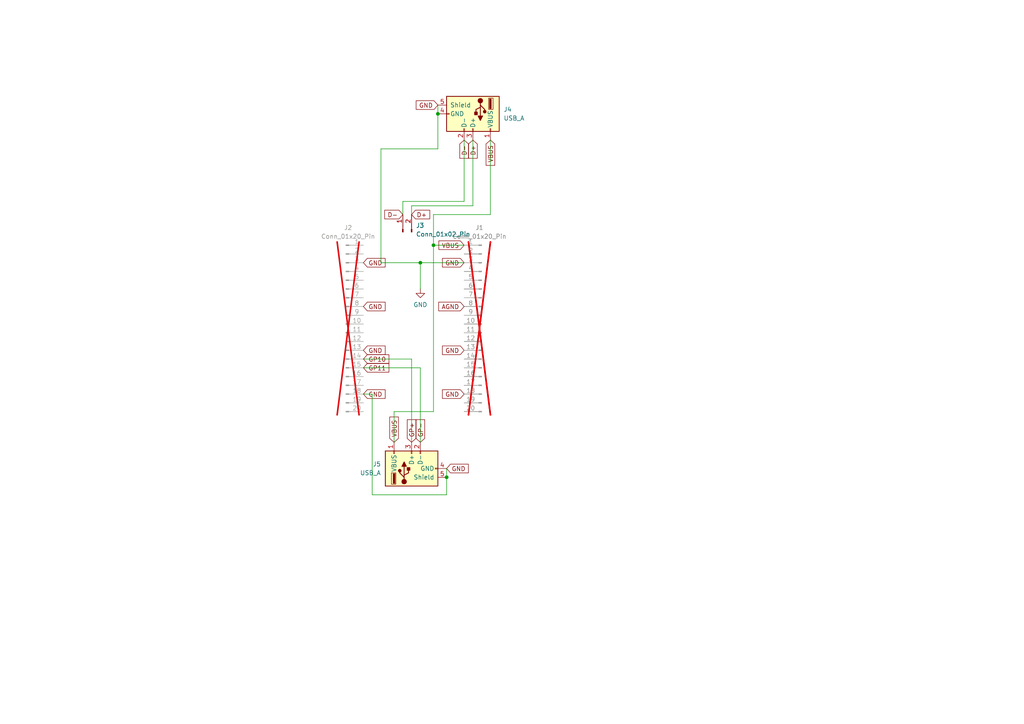
<source format=kicad_sch>
(kicad_sch
	(version 20231120)
	(generator "eeschema")
	(generator_version "8.0")
	(uuid "9d43937b-637b-4e93-a0f5-389eb6d1bd0c")
	(paper "A4")
	(lib_symbols
		(symbol "Connector:Conn_01x02_Pin"
			(pin_names
				(offset 1.016) hide)
			(exclude_from_sim no)
			(in_bom yes)
			(on_board yes)
			(property "Reference" "J"
				(at 0 2.54 0)
				(effects
					(font
						(size 1.27 1.27)
					)
				)
			)
			(property "Value" "Conn_01x02_Pin"
				(at 0 -5.08 0)
				(effects
					(font
						(size 1.27 1.27)
					)
				)
			)
			(property "Footprint" ""
				(at 0 0 0)
				(effects
					(font
						(size 1.27 1.27)
					)
					(hide yes)
				)
			)
			(property "Datasheet" "~"
				(at 0 0 0)
				(effects
					(font
						(size 1.27 1.27)
					)
					(hide yes)
				)
			)
			(property "Description" "Generic connector, single row, 01x02, script generated"
				(at 0 0 0)
				(effects
					(font
						(size 1.27 1.27)
					)
					(hide yes)
				)
			)
			(property "ki_locked" ""
				(at 0 0 0)
				(effects
					(font
						(size 1.27 1.27)
					)
				)
			)
			(property "ki_keywords" "connector"
				(at 0 0 0)
				(effects
					(font
						(size 1.27 1.27)
					)
					(hide yes)
				)
			)
			(property "ki_fp_filters" "Connector*:*_1x??_*"
				(at 0 0 0)
				(effects
					(font
						(size 1.27 1.27)
					)
					(hide yes)
				)
			)
			(symbol "Conn_01x02_Pin_1_1"
				(polyline
					(pts
						(xy 1.27 -2.54) (xy 0.8636 -2.54)
					)
					(stroke
						(width 0.1524)
						(type default)
					)
					(fill
						(type none)
					)
				)
				(polyline
					(pts
						(xy 1.27 0) (xy 0.8636 0)
					)
					(stroke
						(width 0.1524)
						(type default)
					)
					(fill
						(type none)
					)
				)
				(rectangle
					(start 0.8636 -2.413)
					(end 0 -2.667)
					(stroke
						(width 0.1524)
						(type default)
					)
					(fill
						(type outline)
					)
				)
				(rectangle
					(start 0.8636 0.127)
					(end 0 -0.127)
					(stroke
						(width 0.1524)
						(type default)
					)
					(fill
						(type outline)
					)
				)
				(pin passive line
					(at 5.08 0 180)
					(length 3.81)
					(name "Pin_1"
						(effects
							(font
								(size 1.27 1.27)
							)
						)
					)
					(number "1"
						(effects
							(font
								(size 1.27 1.27)
							)
						)
					)
				)
				(pin passive line
					(at 5.08 -2.54 180)
					(length 3.81)
					(name "Pin_2"
						(effects
							(font
								(size 1.27 1.27)
							)
						)
					)
					(number "2"
						(effects
							(font
								(size 1.27 1.27)
							)
						)
					)
				)
			)
		)
		(symbol "Connector:Conn_01x20_Pin"
			(pin_names
				(offset 1.016) hide)
			(exclude_from_sim no)
			(in_bom yes)
			(on_board yes)
			(property "Reference" "J"
				(at 0 25.4 0)
				(effects
					(font
						(size 1.27 1.27)
					)
				)
			)
			(property "Value" "Conn_01x20_Pin"
				(at 0 -27.94 0)
				(effects
					(font
						(size 1.27 1.27)
					)
				)
			)
			(property "Footprint" ""
				(at 0 0 0)
				(effects
					(font
						(size 1.27 1.27)
					)
					(hide yes)
				)
			)
			(property "Datasheet" "~"
				(at 0 0 0)
				(effects
					(font
						(size 1.27 1.27)
					)
					(hide yes)
				)
			)
			(property "Description" "Generic connector, single row, 01x20, script generated"
				(at 0 0 0)
				(effects
					(font
						(size 1.27 1.27)
					)
					(hide yes)
				)
			)
			(property "ki_locked" ""
				(at 0 0 0)
				(effects
					(font
						(size 1.27 1.27)
					)
				)
			)
			(property "ki_keywords" "connector"
				(at 0 0 0)
				(effects
					(font
						(size 1.27 1.27)
					)
					(hide yes)
				)
			)
			(property "ki_fp_filters" "Connector*:*_1x??_*"
				(at 0 0 0)
				(effects
					(font
						(size 1.27 1.27)
					)
					(hide yes)
				)
			)
			(symbol "Conn_01x20_Pin_1_1"
				(polyline
					(pts
						(xy 1.27 -25.4) (xy 0.8636 -25.4)
					)
					(stroke
						(width 0.1524)
						(type default)
					)
					(fill
						(type none)
					)
				)
				(polyline
					(pts
						(xy 1.27 -22.86) (xy 0.8636 -22.86)
					)
					(stroke
						(width 0.1524)
						(type default)
					)
					(fill
						(type none)
					)
				)
				(polyline
					(pts
						(xy 1.27 -20.32) (xy 0.8636 -20.32)
					)
					(stroke
						(width 0.1524)
						(type default)
					)
					(fill
						(type none)
					)
				)
				(polyline
					(pts
						(xy 1.27 -17.78) (xy 0.8636 -17.78)
					)
					(stroke
						(width 0.1524)
						(type default)
					)
					(fill
						(type none)
					)
				)
				(polyline
					(pts
						(xy 1.27 -15.24) (xy 0.8636 -15.24)
					)
					(stroke
						(width 0.1524)
						(type default)
					)
					(fill
						(type none)
					)
				)
				(polyline
					(pts
						(xy 1.27 -12.7) (xy 0.8636 -12.7)
					)
					(stroke
						(width 0.1524)
						(type default)
					)
					(fill
						(type none)
					)
				)
				(polyline
					(pts
						(xy 1.27 -10.16) (xy 0.8636 -10.16)
					)
					(stroke
						(width 0.1524)
						(type default)
					)
					(fill
						(type none)
					)
				)
				(polyline
					(pts
						(xy 1.27 -7.62) (xy 0.8636 -7.62)
					)
					(stroke
						(width 0.1524)
						(type default)
					)
					(fill
						(type none)
					)
				)
				(polyline
					(pts
						(xy 1.27 -5.08) (xy 0.8636 -5.08)
					)
					(stroke
						(width 0.1524)
						(type default)
					)
					(fill
						(type none)
					)
				)
				(polyline
					(pts
						(xy 1.27 -2.54) (xy 0.8636 -2.54)
					)
					(stroke
						(width 0.1524)
						(type default)
					)
					(fill
						(type none)
					)
				)
				(polyline
					(pts
						(xy 1.27 0) (xy 0.8636 0)
					)
					(stroke
						(width 0.1524)
						(type default)
					)
					(fill
						(type none)
					)
				)
				(polyline
					(pts
						(xy 1.27 2.54) (xy 0.8636 2.54)
					)
					(stroke
						(width 0.1524)
						(type default)
					)
					(fill
						(type none)
					)
				)
				(polyline
					(pts
						(xy 1.27 5.08) (xy 0.8636 5.08)
					)
					(stroke
						(width 0.1524)
						(type default)
					)
					(fill
						(type none)
					)
				)
				(polyline
					(pts
						(xy 1.27 7.62) (xy 0.8636 7.62)
					)
					(stroke
						(width 0.1524)
						(type default)
					)
					(fill
						(type none)
					)
				)
				(polyline
					(pts
						(xy 1.27 10.16) (xy 0.8636 10.16)
					)
					(stroke
						(width 0.1524)
						(type default)
					)
					(fill
						(type none)
					)
				)
				(polyline
					(pts
						(xy 1.27 12.7) (xy 0.8636 12.7)
					)
					(stroke
						(width 0.1524)
						(type default)
					)
					(fill
						(type none)
					)
				)
				(polyline
					(pts
						(xy 1.27 15.24) (xy 0.8636 15.24)
					)
					(stroke
						(width 0.1524)
						(type default)
					)
					(fill
						(type none)
					)
				)
				(polyline
					(pts
						(xy 1.27 17.78) (xy 0.8636 17.78)
					)
					(stroke
						(width 0.1524)
						(type default)
					)
					(fill
						(type none)
					)
				)
				(polyline
					(pts
						(xy 1.27 20.32) (xy 0.8636 20.32)
					)
					(stroke
						(width 0.1524)
						(type default)
					)
					(fill
						(type none)
					)
				)
				(polyline
					(pts
						(xy 1.27 22.86) (xy 0.8636 22.86)
					)
					(stroke
						(width 0.1524)
						(type default)
					)
					(fill
						(type none)
					)
				)
				(rectangle
					(start 0.8636 -25.273)
					(end 0 -25.527)
					(stroke
						(width 0.1524)
						(type default)
					)
					(fill
						(type outline)
					)
				)
				(rectangle
					(start 0.8636 -22.733)
					(end 0 -22.987)
					(stroke
						(width 0.1524)
						(type default)
					)
					(fill
						(type outline)
					)
				)
				(rectangle
					(start 0.8636 -20.193)
					(end 0 -20.447)
					(stroke
						(width 0.1524)
						(type default)
					)
					(fill
						(type outline)
					)
				)
				(rectangle
					(start 0.8636 -17.653)
					(end 0 -17.907)
					(stroke
						(width 0.1524)
						(type default)
					)
					(fill
						(type outline)
					)
				)
				(rectangle
					(start 0.8636 -15.113)
					(end 0 -15.367)
					(stroke
						(width 0.1524)
						(type default)
					)
					(fill
						(type outline)
					)
				)
				(rectangle
					(start 0.8636 -12.573)
					(end 0 -12.827)
					(stroke
						(width 0.1524)
						(type default)
					)
					(fill
						(type outline)
					)
				)
				(rectangle
					(start 0.8636 -10.033)
					(end 0 -10.287)
					(stroke
						(width 0.1524)
						(type default)
					)
					(fill
						(type outline)
					)
				)
				(rectangle
					(start 0.8636 -7.493)
					(end 0 -7.747)
					(stroke
						(width 0.1524)
						(type default)
					)
					(fill
						(type outline)
					)
				)
				(rectangle
					(start 0.8636 -4.953)
					(end 0 -5.207)
					(stroke
						(width 0.1524)
						(type default)
					)
					(fill
						(type outline)
					)
				)
				(rectangle
					(start 0.8636 -2.413)
					(end 0 -2.667)
					(stroke
						(width 0.1524)
						(type default)
					)
					(fill
						(type outline)
					)
				)
				(rectangle
					(start 0.8636 0.127)
					(end 0 -0.127)
					(stroke
						(width 0.1524)
						(type default)
					)
					(fill
						(type outline)
					)
				)
				(rectangle
					(start 0.8636 2.667)
					(end 0 2.413)
					(stroke
						(width 0.1524)
						(type default)
					)
					(fill
						(type outline)
					)
				)
				(rectangle
					(start 0.8636 5.207)
					(end 0 4.953)
					(stroke
						(width 0.1524)
						(type default)
					)
					(fill
						(type outline)
					)
				)
				(rectangle
					(start 0.8636 7.747)
					(end 0 7.493)
					(stroke
						(width 0.1524)
						(type default)
					)
					(fill
						(type outline)
					)
				)
				(rectangle
					(start 0.8636 10.287)
					(end 0 10.033)
					(stroke
						(width 0.1524)
						(type default)
					)
					(fill
						(type outline)
					)
				)
				(rectangle
					(start 0.8636 12.827)
					(end 0 12.573)
					(stroke
						(width 0.1524)
						(type default)
					)
					(fill
						(type outline)
					)
				)
				(rectangle
					(start 0.8636 15.367)
					(end 0 15.113)
					(stroke
						(width 0.1524)
						(type default)
					)
					(fill
						(type outline)
					)
				)
				(rectangle
					(start 0.8636 17.907)
					(end 0 17.653)
					(stroke
						(width 0.1524)
						(type default)
					)
					(fill
						(type outline)
					)
				)
				(rectangle
					(start 0.8636 20.447)
					(end 0 20.193)
					(stroke
						(width 0.1524)
						(type default)
					)
					(fill
						(type outline)
					)
				)
				(rectangle
					(start 0.8636 22.987)
					(end 0 22.733)
					(stroke
						(width 0.1524)
						(type default)
					)
					(fill
						(type outline)
					)
				)
				(pin passive line
					(at 5.08 22.86 180)
					(length 3.81)
					(name "Pin_1"
						(effects
							(font
								(size 1.27 1.27)
							)
						)
					)
					(number "1"
						(effects
							(font
								(size 1.27 1.27)
							)
						)
					)
				)
				(pin passive line
					(at 5.08 0 180)
					(length 3.81)
					(name "Pin_10"
						(effects
							(font
								(size 1.27 1.27)
							)
						)
					)
					(number "10"
						(effects
							(font
								(size 1.27 1.27)
							)
						)
					)
				)
				(pin passive line
					(at 5.08 -2.54 180)
					(length 3.81)
					(name "Pin_11"
						(effects
							(font
								(size 1.27 1.27)
							)
						)
					)
					(number "11"
						(effects
							(font
								(size 1.27 1.27)
							)
						)
					)
				)
				(pin passive line
					(at 5.08 -5.08 180)
					(length 3.81)
					(name "Pin_12"
						(effects
							(font
								(size 1.27 1.27)
							)
						)
					)
					(number "12"
						(effects
							(font
								(size 1.27 1.27)
							)
						)
					)
				)
				(pin passive line
					(at 5.08 -7.62 180)
					(length 3.81)
					(name "Pin_13"
						(effects
							(font
								(size 1.27 1.27)
							)
						)
					)
					(number "13"
						(effects
							(font
								(size 1.27 1.27)
							)
						)
					)
				)
				(pin passive line
					(at 5.08 -10.16 180)
					(length 3.81)
					(name "Pin_14"
						(effects
							(font
								(size 1.27 1.27)
							)
						)
					)
					(number "14"
						(effects
							(font
								(size 1.27 1.27)
							)
						)
					)
				)
				(pin passive line
					(at 5.08 -12.7 180)
					(length 3.81)
					(name "Pin_15"
						(effects
							(font
								(size 1.27 1.27)
							)
						)
					)
					(number "15"
						(effects
							(font
								(size 1.27 1.27)
							)
						)
					)
				)
				(pin passive line
					(at 5.08 -15.24 180)
					(length 3.81)
					(name "Pin_16"
						(effects
							(font
								(size 1.27 1.27)
							)
						)
					)
					(number "16"
						(effects
							(font
								(size 1.27 1.27)
							)
						)
					)
				)
				(pin passive line
					(at 5.08 -17.78 180)
					(length 3.81)
					(name "Pin_17"
						(effects
							(font
								(size 1.27 1.27)
							)
						)
					)
					(number "17"
						(effects
							(font
								(size 1.27 1.27)
							)
						)
					)
				)
				(pin passive line
					(at 5.08 -20.32 180)
					(length 3.81)
					(name "Pin_18"
						(effects
							(font
								(size 1.27 1.27)
							)
						)
					)
					(number "18"
						(effects
							(font
								(size 1.27 1.27)
							)
						)
					)
				)
				(pin passive line
					(at 5.08 -22.86 180)
					(length 3.81)
					(name "Pin_19"
						(effects
							(font
								(size 1.27 1.27)
							)
						)
					)
					(number "19"
						(effects
							(font
								(size 1.27 1.27)
							)
						)
					)
				)
				(pin passive line
					(at 5.08 20.32 180)
					(length 3.81)
					(name "Pin_2"
						(effects
							(font
								(size 1.27 1.27)
							)
						)
					)
					(number "2"
						(effects
							(font
								(size 1.27 1.27)
							)
						)
					)
				)
				(pin passive line
					(at 5.08 -25.4 180)
					(length 3.81)
					(name "Pin_20"
						(effects
							(font
								(size 1.27 1.27)
							)
						)
					)
					(number "20"
						(effects
							(font
								(size 1.27 1.27)
							)
						)
					)
				)
				(pin passive line
					(at 5.08 17.78 180)
					(length 3.81)
					(name "Pin_3"
						(effects
							(font
								(size 1.27 1.27)
							)
						)
					)
					(number "3"
						(effects
							(font
								(size 1.27 1.27)
							)
						)
					)
				)
				(pin passive line
					(at 5.08 15.24 180)
					(length 3.81)
					(name "Pin_4"
						(effects
							(font
								(size 1.27 1.27)
							)
						)
					)
					(number "4"
						(effects
							(font
								(size 1.27 1.27)
							)
						)
					)
				)
				(pin passive line
					(at 5.08 12.7 180)
					(length 3.81)
					(name "Pin_5"
						(effects
							(font
								(size 1.27 1.27)
							)
						)
					)
					(number "5"
						(effects
							(font
								(size 1.27 1.27)
							)
						)
					)
				)
				(pin passive line
					(at 5.08 10.16 180)
					(length 3.81)
					(name "Pin_6"
						(effects
							(font
								(size 1.27 1.27)
							)
						)
					)
					(number "6"
						(effects
							(font
								(size 1.27 1.27)
							)
						)
					)
				)
				(pin passive line
					(at 5.08 7.62 180)
					(length 3.81)
					(name "Pin_7"
						(effects
							(font
								(size 1.27 1.27)
							)
						)
					)
					(number "7"
						(effects
							(font
								(size 1.27 1.27)
							)
						)
					)
				)
				(pin passive line
					(at 5.08 5.08 180)
					(length 3.81)
					(name "Pin_8"
						(effects
							(font
								(size 1.27 1.27)
							)
						)
					)
					(number "8"
						(effects
							(font
								(size 1.27 1.27)
							)
						)
					)
				)
				(pin passive line
					(at 5.08 2.54 180)
					(length 3.81)
					(name "Pin_9"
						(effects
							(font
								(size 1.27 1.27)
							)
						)
					)
					(number "9"
						(effects
							(font
								(size 1.27 1.27)
							)
						)
					)
				)
			)
		)
		(symbol "Connector:USB_A"
			(pin_names
				(offset 1.016)
			)
			(exclude_from_sim no)
			(in_bom yes)
			(on_board yes)
			(property "Reference" "J"
				(at -5.08 11.43 0)
				(effects
					(font
						(size 1.27 1.27)
					)
					(justify left)
				)
			)
			(property "Value" "USB_A"
				(at -5.08 8.89 0)
				(effects
					(font
						(size 1.27 1.27)
					)
					(justify left)
				)
			)
			(property "Footprint" ""
				(at 3.81 -1.27 0)
				(effects
					(font
						(size 1.27 1.27)
					)
					(hide yes)
				)
			)
			(property "Datasheet" "~"
				(at 3.81 -1.27 0)
				(effects
					(font
						(size 1.27 1.27)
					)
					(hide yes)
				)
			)
			(property "Description" "USB Type A connector"
				(at 0 0 0)
				(effects
					(font
						(size 1.27 1.27)
					)
					(hide yes)
				)
			)
			(property "ki_keywords" "connector USB"
				(at 0 0 0)
				(effects
					(font
						(size 1.27 1.27)
					)
					(hide yes)
				)
			)
			(property "ki_fp_filters" "USB*"
				(at 0 0 0)
				(effects
					(font
						(size 1.27 1.27)
					)
					(hide yes)
				)
			)
			(symbol "USB_A_0_1"
				(rectangle
					(start -5.08 -7.62)
					(end 5.08 7.62)
					(stroke
						(width 0.254)
						(type default)
					)
					(fill
						(type background)
					)
				)
				(circle
					(center -3.81 2.159)
					(radius 0.635)
					(stroke
						(width 0.254)
						(type default)
					)
					(fill
						(type outline)
					)
				)
				(rectangle
					(start -1.524 4.826)
					(end -4.318 5.334)
					(stroke
						(width 0)
						(type default)
					)
					(fill
						(type outline)
					)
				)
				(rectangle
					(start -1.27 4.572)
					(end -4.572 5.842)
					(stroke
						(width 0)
						(type default)
					)
					(fill
						(type none)
					)
				)
				(circle
					(center -0.635 3.429)
					(radius 0.381)
					(stroke
						(width 0.254)
						(type default)
					)
					(fill
						(type outline)
					)
				)
				(rectangle
					(start -0.127 -7.62)
					(end 0.127 -6.858)
					(stroke
						(width 0)
						(type default)
					)
					(fill
						(type none)
					)
				)
				(polyline
					(pts
						(xy -3.175 2.159) (xy -2.54 2.159) (xy -1.27 3.429) (xy -0.635 3.429)
					)
					(stroke
						(width 0.254)
						(type default)
					)
					(fill
						(type none)
					)
				)
				(polyline
					(pts
						(xy -2.54 2.159) (xy -1.905 2.159) (xy -1.27 0.889) (xy 0 0.889)
					)
					(stroke
						(width 0.254)
						(type default)
					)
					(fill
						(type none)
					)
				)
				(polyline
					(pts
						(xy 0.635 2.794) (xy 0.635 1.524) (xy 1.905 2.159) (xy 0.635 2.794)
					)
					(stroke
						(width 0.254)
						(type default)
					)
					(fill
						(type outline)
					)
				)
				(rectangle
					(start 0.254 1.27)
					(end -0.508 0.508)
					(stroke
						(width 0.254)
						(type default)
					)
					(fill
						(type outline)
					)
				)
				(rectangle
					(start 5.08 -2.667)
					(end 4.318 -2.413)
					(stroke
						(width 0)
						(type default)
					)
					(fill
						(type none)
					)
				)
				(rectangle
					(start 5.08 -0.127)
					(end 4.318 0.127)
					(stroke
						(width 0)
						(type default)
					)
					(fill
						(type none)
					)
				)
				(rectangle
					(start 5.08 4.953)
					(end 4.318 5.207)
					(stroke
						(width 0)
						(type default)
					)
					(fill
						(type none)
					)
				)
			)
			(symbol "USB_A_1_1"
				(polyline
					(pts
						(xy -1.905 2.159) (xy 0.635 2.159)
					)
					(stroke
						(width 0.254)
						(type default)
					)
					(fill
						(type none)
					)
				)
				(pin power_in line
					(at 7.62 5.08 180)
					(length 2.54)
					(name "VBUS"
						(effects
							(font
								(size 1.27 1.27)
							)
						)
					)
					(number "1"
						(effects
							(font
								(size 1.27 1.27)
							)
						)
					)
				)
				(pin bidirectional line
					(at 7.62 -2.54 180)
					(length 2.54)
					(name "D-"
						(effects
							(font
								(size 1.27 1.27)
							)
						)
					)
					(number "2"
						(effects
							(font
								(size 1.27 1.27)
							)
						)
					)
				)
				(pin bidirectional line
					(at 7.62 0 180)
					(length 2.54)
					(name "D+"
						(effects
							(font
								(size 1.27 1.27)
							)
						)
					)
					(number "3"
						(effects
							(font
								(size 1.27 1.27)
							)
						)
					)
				)
				(pin power_in line
					(at 0 -10.16 90)
					(length 2.54)
					(name "GND"
						(effects
							(font
								(size 1.27 1.27)
							)
						)
					)
					(number "4"
						(effects
							(font
								(size 1.27 1.27)
							)
						)
					)
				)
				(pin passive line
					(at -2.54 -10.16 90)
					(length 2.54)
					(name "Shield"
						(effects
							(font
								(size 1.27 1.27)
							)
						)
					)
					(number "5"
						(effects
							(font
								(size 1.27 1.27)
							)
						)
					)
				)
			)
		)
		(symbol "power:GND"
			(power)
			(pin_numbers hide)
			(pin_names
				(offset 0) hide)
			(exclude_from_sim no)
			(in_bom yes)
			(on_board yes)
			(property "Reference" "#PWR"
				(at 0 -6.35 0)
				(effects
					(font
						(size 1.27 1.27)
					)
					(hide yes)
				)
			)
			(property "Value" "GND"
				(at 0 -3.81 0)
				(effects
					(font
						(size 1.27 1.27)
					)
				)
			)
			(property "Footprint" ""
				(at 0 0 0)
				(effects
					(font
						(size 1.27 1.27)
					)
					(hide yes)
				)
			)
			(property "Datasheet" ""
				(at 0 0 0)
				(effects
					(font
						(size 1.27 1.27)
					)
					(hide yes)
				)
			)
			(property "Description" "Power symbol creates a global label with name \"GND\" , ground"
				(at 0 0 0)
				(effects
					(font
						(size 1.27 1.27)
					)
					(hide yes)
				)
			)
			(property "ki_keywords" "global power"
				(at 0 0 0)
				(effects
					(font
						(size 1.27 1.27)
					)
					(hide yes)
				)
			)
			(symbol "GND_0_1"
				(polyline
					(pts
						(xy 0 0) (xy 0 -1.27) (xy 1.27 -1.27) (xy 0 -2.54) (xy -1.27 -1.27) (xy 0 -1.27)
					)
					(stroke
						(width 0)
						(type default)
					)
					(fill
						(type none)
					)
				)
			)
			(symbol "GND_1_1"
				(pin power_in line
					(at 0 0 270)
					(length 0)
					(name "~"
						(effects
							(font
								(size 1.27 1.27)
							)
						)
					)
					(number "1"
						(effects
							(font
								(size 1.27 1.27)
							)
						)
					)
				)
			)
		)
	)
	(junction
		(at 121.92 76.2)
		(diameter 0)
		(color 0 0 0 0)
		(uuid "0de737d3-68b1-475a-b0b7-6a168b7cec55")
	)
	(junction
		(at 127 33.02)
		(diameter 0)
		(color 0 0 0 0)
		(uuid "0e21776c-1579-45f0-8af3-86827a299acb")
	)
	(junction
		(at 125.73 71.12)
		(diameter 0)
		(color 0 0 0 0)
		(uuid "3d4d5b85-0a15-4e07-9288-ab928d8545ed")
	)
	(junction
		(at 129.54 138.43)
		(diameter 0)
		(color 0 0 0 0)
		(uuid "9100b492-6ea9-4e48-b040-277b682e03d0")
	)
	(wire
		(pts
			(xy 129.54 135.89) (xy 129.54 138.43)
		)
		(stroke
			(width 0)
			(type default)
		)
		(uuid "0a5f78bb-b36d-46a4-900e-22d453aeb168")
	)
	(wire
		(pts
			(xy 116.84 58.42) (xy 116.84 62.23)
		)
		(stroke
			(width 0)
			(type default)
		)
		(uuid "0bf10127-f548-4821-af6e-48d87e32fba1")
	)
	(wire
		(pts
			(xy 110.49 43.18) (xy 110.49 76.2)
		)
		(stroke
			(width 0)
			(type default)
		)
		(uuid "1fd19cb9-3bc0-4a20-abf1-cae648405d96")
	)
	(wire
		(pts
			(xy 125.73 62.23) (xy 125.73 71.12)
		)
		(stroke
			(width 0)
			(type default)
		)
		(uuid "20336b41-6f08-4e31-8c17-7ef35b676917")
	)
	(wire
		(pts
			(xy 107.95 114.3) (xy 107.95 143.51)
		)
		(stroke
			(width 0)
			(type default)
		)
		(uuid "20abfdf0-e314-4d48-8d03-c304fe9728c9")
	)
	(wire
		(pts
			(xy 114.3 119.38) (xy 125.73 119.38)
		)
		(stroke
			(width 0)
			(type default)
		)
		(uuid "218f139e-a917-45c7-89e8-b848462b362f")
	)
	(wire
		(pts
			(xy 137.16 59.69) (xy 119.38 59.69)
		)
		(stroke
			(width 0)
			(type default)
		)
		(uuid "2daf22f3-f877-48e3-a9e4-3d57edd73726")
	)
	(wire
		(pts
			(xy 137.16 40.64) (xy 137.16 59.69)
		)
		(stroke
			(width 0)
			(type default)
		)
		(uuid "435af153-a745-48e8-8816-2ab85f26d8b5")
	)
	(wire
		(pts
			(xy 121.92 76.2) (xy 134.62 76.2)
		)
		(stroke
			(width 0)
			(type default)
		)
		(uuid "4cbaa9de-b8d4-4898-aa65-c780e3db399f")
	)
	(wire
		(pts
			(xy 105.41 104.14) (xy 119.38 104.14)
		)
		(stroke
			(width 0)
			(type default)
		)
		(uuid "50177126-e254-49ea-a22f-a086f86d18b4")
	)
	(wire
		(pts
			(xy 105.41 114.3) (xy 107.95 114.3)
		)
		(stroke
			(width 0)
			(type default)
		)
		(uuid "523180a4-b897-46c3-81fd-4e314ba02dbe")
	)
	(wire
		(pts
			(xy 142.24 62.23) (xy 125.73 62.23)
		)
		(stroke
			(width 0)
			(type default)
		)
		(uuid "55a1c464-153c-4890-b7cf-a212be48489a")
	)
	(wire
		(pts
			(xy 116.84 58.42) (xy 134.62 58.42)
		)
		(stroke
			(width 0)
			(type default)
		)
		(uuid "641a7512-fc9e-44a4-9346-6f0452cf970f")
	)
	(wire
		(pts
			(xy 119.38 59.69) (xy 119.38 62.23)
		)
		(stroke
			(width 0)
			(type default)
		)
		(uuid "648cf97b-96e1-41d2-ab0a-d86d6a2ecd51")
	)
	(wire
		(pts
			(xy 114.3 128.27) (xy 114.3 119.38)
		)
		(stroke
			(width 0)
			(type default)
		)
		(uuid "7d1777a0-46f5-4273-8a9f-be3256813b72")
	)
	(wire
		(pts
			(xy 121.92 106.68) (xy 121.92 128.27)
		)
		(stroke
			(width 0)
			(type default)
		)
		(uuid "7fc32494-72a7-427a-9750-e0e517a18f0f")
	)
	(wire
		(pts
			(xy 129.54 143.51) (xy 129.54 138.43)
		)
		(stroke
			(width 0)
			(type default)
		)
		(uuid "833311d4-7180-4261-8f13-0055bc4cd605")
	)
	(wire
		(pts
			(xy 127 33.02) (xy 127 43.18)
		)
		(stroke
			(width 0)
			(type default)
		)
		(uuid "8d4a8851-850b-4de3-9bf5-63aaa77e9b8e")
	)
	(wire
		(pts
			(xy 105.41 106.68) (xy 121.92 106.68)
		)
		(stroke
			(width 0)
			(type default)
		)
		(uuid "a20b7135-e818-4883-8d6c-232c148fb969")
	)
	(wire
		(pts
			(xy 121.92 83.82) (xy 121.92 76.2)
		)
		(stroke
			(width 0)
			(type default)
		)
		(uuid "a7871fba-b802-42a4-aa6a-952f18042e27")
	)
	(wire
		(pts
			(xy 107.95 143.51) (xy 129.54 143.51)
		)
		(stroke
			(width 0)
			(type default)
		)
		(uuid "b7778fc3-e4a9-4bbe-ac5f-e1aed149297c")
	)
	(wire
		(pts
			(xy 125.73 71.12) (xy 134.62 71.12)
		)
		(stroke
			(width 0)
			(type default)
		)
		(uuid "c2a214b4-6368-435b-8b5a-8fe8acdfe451")
	)
	(wire
		(pts
			(xy 119.38 104.14) (xy 119.38 128.27)
		)
		(stroke
			(width 0)
			(type default)
		)
		(uuid "c41bbe24-99cd-4669-8d87-fd1cf6405694")
	)
	(wire
		(pts
			(xy 127 30.48) (xy 127 33.02)
		)
		(stroke
			(width 0)
			(type default)
		)
		(uuid "cd981845-c412-42f5-8ba2-385da0bcd4b9")
	)
	(wire
		(pts
			(xy 142.24 40.64) (xy 142.24 62.23)
		)
		(stroke
			(width 0)
			(type default)
		)
		(uuid "de665396-ee89-41ae-9efa-b2ccce090f70")
	)
	(wire
		(pts
			(xy 134.62 40.64) (xy 134.62 58.42)
		)
		(stroke
			(width 0)
			(type default)
		)
		(uuid "ec5ff76a-5219-43cc-b0c1-cf2372b68f25")
	)
	(wire
		(pts
			(xy 110.49 43.18) (xy 127 43.18)
		)
		(stroke
			(width 0)
			(type default)
		)
		(uuid "ef866866-2fd4-42fc-b250-69777800fd79")
	)
	(wire
		(pts
			(xy 110.49 76.2) (xy 121.92 76.2)
		)
		(stroke
			(width 0)
			(type default)
		)
		(uuid "f281c81d-8081-46ca-9fe7-a2c6e0644149")
	)
	(wire
		(pts
			(xy 125.73 119.38) (xy 125.73 71.12)
		)
		(stroke
			(width 0)
			(type default)
		)
		(uuid "f7ed1edf-3f51-4fdf-a7d1-c58be18a7790")
	)
	(global_label "GND"
		(shape input)
		(at 105.41 88.9 0)
		(fields_autoplaced yes)
		(effects
			(font
				(size 1.27 1.27)
			)
			(justify left)
		)
		(uuid "0a9b4465-a9ca-443c-a0a0-f2b700905731")
		(property "Intersheetrefs" "${INTERSHEET_REFS}"
			(at 112.2657 88.9 0)
			(effects
				(font
					(size 1.27 1.27)
				)
				(justify left)
				(hide yes)
			)
		)
	)
	(global_label "GND"
		(shape input)
		(at 134.62 114.3 180)
		(fields_autoplaced yes)
		(effects
			(font
				(size 1.27 1.27)
			)
			(justify right)
		)
		(uuid "0e98b470-fd73-4eb7-bd4c-0534ceee26c1")
		(property "Intersheetrefs" "${INTERSHEET_REFS}"
			(at 127.7643 114.3 0)
			(effects
				(font
					(size 1.27 1.27)
				)
				(justify right)
				(hide yes)
			)
		)
	)
	(global_label "GND"
		(shape input)
		(at 127 30.48 180)
		(fields_autoplaced yes)
		(effects
			(font
				(size 1.27 1.27)
			)
			(justify right)
		)
		(uuid "4c3da992-e671-4f91-bca0-7d2fc6a192c6")
		(property "Intersheetrefs" "${INTERSHEET_REFS}"
			(at 120.1443 30.48 0)
			(effects
				(font
					(size 1.27 1.27)
				)
				(justify right)
				(hide yes)
			)
		)
	)
	(global_label "GND"
		(shape input)
		(at 129.54 135.89 0)
		(fields_autoplaced yes)
		(effects
			(font
				(size 1.27 1.27)
			)
			(justify left)
		)
		(uuid "65ae1f33-e490-4a77-ac47-110cec449513")
		(property "Intersheetrefs" "${INTERSHEET_REFS}"
			(at 136.3957 135.89 0)
			(effects
				(font
					(size 1.27 1.27)
				)
				(justify left)
				(hide yes)
			)
		)
	)
	(global_label "GP+"
		(shape input)
		(at 119.38 128.27 90)
		(fields_autoplaced yes)
		(effects
			(font
				(size 1.27 1.27)
			)
			(justify left)
		)
		(uuid "673c4bc8-54d1-4705-a2e2-5e587be5d15c")
		(property "Intersheetrefs" "${INTERSHEET_REFS}"
			(at 119.38 121.1724 90)
			(effects
				(font
					(size 1.27 1.27)
				)
				(justify left)
				(hide yes)
			)
		)
	)
	(global_label "VBUS"
		(shape input)
		(at 114.3 128.27 90)
		(fields_autoplaced yes)
		(effects
			(font
				(size 1.27 1.27)
			)
			(justify left)
		)
		(uuid "6da4615a-d8cc-4017-87f4-c495d3723a4f")
		(property "Intersheetrefs" "${INTERSHEET_REFS}"
			(at 114.3 120.3862 90)
			(effects
				(font
					(size 1.27 1.27)
				)
				(justify left)
				(hide yes)
			)
		)
	)
	(global_label "GND"
		(shape input)
		(at 105.41 76.2 0)
		(fields_autoplaced yes)
		(effects
			(font
				(size 1.27 1.27)
			)
			(justify left)
		)
		(uuid "8730bb11-66fb-4b62-8502-ae3f918b883a")
		(property "Intersheetrefs" "${INTERSHEET_REFS}"
			(at 112.2657 76.2 0)
			(effects
				(font
					(size 1.27 1.27)
				)
				(justify left)
				(hide yes)
			)
		)
	)
	(global_label "GND"
		(shape input)
		(at 134.62 101.6 180)
		(fields_autoplaced yes)
		(effects
			(font
				(size 1.27 1.27)
			)
			(justify right)
		)
		(uuid "8f67c36c-b606-45a6-88b7-8eb271d9f845")
		(property "Intersheetrefs" "${INTERSHEET_REFS}"
			(at 127.7643 101.6 0)
			(effects
				(font
					(size 1.27 1.27)
				)
				(justify right)
				(hide yes)
			)
		)
	)
	(global_label "GP11"
		(shape input)
		(at 105.41 106.68 0)
		(fields_autoplaced yes)
		(effects
			(font
				(size 1.27 1.27)
			)
			(justify left)
		)
		(uuid "8fca17a5-f6ff-4836-ad66-cce6688e7b6a")
		(property "Intersheetrefs" "${INTERSHEET_REFS}"
			(at 113.3542 106.68 0)
			(effects
				(font
					(size 1.27 1.27)
				)
				(justify left)
				(hide yes)
			)
		)
	)
	(global_label "VBUS"
		(shape input)
		(at 142.24 40.64 270)
		(fields_autoplaced yes)
		(effects
			(font
				(size 1.27 1.27)
			)
			(justify right)
		)
		(uuid "910d3005-93c0-4231-bb5e-83bfbb5f85c9")
		(property "Intersheetrefs" "${INTERSHEET_REFS}"
			(at 142.24 48.5238 90)
			(effects
				(font
					(size 1.27 1.27)
				)
				(justify right)
				(hide yes)
			)
		)
	)
	(global_label "GND"
		(shape input)
		(at 105.41 101.6 0)
		(fields_autoplaced yes)
		(effects
			(font
				(size 1.27 1.27)
			)
			(justify left)
		)
		(uuid "9397b4c5-ff3f-4ef1-be60-a8fdbebc712a")
		(property "Intersheetrefs" "${INTERSHEET_REFS}"
			(at 112.2657 101.6 0)
			(effects
				(font
					(size 1.27 1.27)
				)
				(justify left)
				(hide yes)
			)
		)
	)
	(global_label "D-"
		(shape input)
		(at 134.62 40.64 270)
		(fields_autoplaced yes)
		(effects
			(font
				(size 1.27 1.27)
			)
			(justify right)
		)
		(uuid "94185d31-1ace-46b5-8907-aea9a5b84fce")
		(property "Intersheetrefs" "${INTERSHEET_REFS}"
			(at 134.62 46.4676 90)
			(effects
				(font
					(size 1.27 1.27)
				)
				(justify right)
				(hide yes)
			)
		)
	)
	(global_label "AGND"
		(shape input)
		(at 134.62 88.9 180)
		(fields_autoplaced yes)
		(effects
			(font
				(size 1.27 1.27)
			)
			(justify right)
		)
		(uuid "a5c034c0-f2c7-4b9f-a4eb-03bc68dfe3c6")
		(property "Intersheetrefs" "${INTERSHEET_REFS}"
			(at 126.6757 88.9 0)
			(effects
				(font
					(size 1.27 1.27)
				)
				(justify right)
				(hide yes)
			)
		)
	)
	(global_label "VBUS"
		(shape input)
		(at 134.62 71.12 180)
		(fields_autoplaced yes)
		(effects
			(font
				(size 1.27 1.27)
			)
			(justify right)
		)
		(uuid "b01d7ce6-cc09-4599-8b78-2ba3aade2b8f")
		(property "Intersheetrefs" "${INTERSHEET_REFS}"
			(at 126.7362 71.12 0)
			(effects
				(font
					(size 1.27 1.27)
				)
				(justify right)
				(hide yes)
			)
		)
	)
	(global_label "GP10"
		(shape input)
		(at 105.41 104.14 0)
		(fields_autoplaced yes)
		(effects
			(font
				(size 1.27 1.27)
			)
			(justify left)
		)
		(uuid "b2a4702e-60ea-4f72-8cd7-93f122a4f9e6")
		(property "Intersheetrefs" "${INTERSHEET_REFS}"
			(at 113.3542 104.14 0)
			(effects
				(font
					(size 1.27 1.27)
				)
				(justify left)
				(hide yes)
			)
		)
	)
	(global_label "GND"
		(shape input)
		(at 134.62 76.2 180)
		(fields_autoplaced yes)
		(effects
			(font
				(size 1.27 1.27)
			)
			(justify right)
		)
		(uuid "b3031cde-407c-4bac-99a3-c48f290cde2e")
		(property "Intersheetrefs" "${INTERSHEET_REFS}"
			(at 127.7643 76.2 0)
			(effects
				(font
					(size 1.27 1.27)
				)
				(justify right)
				(hide yes)
			)
		)
	)
	(global_label "D+"
		(shape input)
		(at 137.16 40.64 270)
		(fields_autoplaced yes)
		(effects
			(font
				(size 1.27 1.27)
			)
			(justify right)
		)
		(uuid "cafd4149-00c6-4d32-b24f-ec5cd6749335")
		(property "Intersheetrefs" "${INTERSHEET_REFS}"
			(at 137.16 46.4676 90)
			(effects
				(font
					(size 1.27 1.27)
				)
				(justify right)
				(hide yes)
			)
		)
	)
	(global_label "D-"
		(shape input)
		(at 116.84 62.23 180)
		(fields_autoplaced yes)
		(effects
			(font
				(size 1.27 1.27)
			)
			(justify right)
		)
		(uuid "d44cbb21-3141-4042-9e3a-f26d712d671b")
		(property "Intersheetrefs" "${INTERSHEET_REFS}"
			(at 111.0124 62.23 0)
			(effects
				(font
					(size 1.27 1.27)
				)
				(justify right)
				(hide yes)
			)
		)
	)
	(global_label "D+"
		(shape input)
		(at 119.38 62.23 0)
		(fields_autoplaced yes)
		(effects
			(font
				(size 1.27 1.27)
			)
			(justify left)
		)
		(uuid "d520c308-a05f-47f2-b598-b7fe0f798b4a")
		(property "Intersheetrefs" "${INTERSHEET_REFS}"
			(at 125.2076 62.23 0)
			(effects
				(font
					(size 1.27 1.27)
				)
				(justify left)
				(hide yes)
			)
		)
	)
	(global_label "GND"
		(shape input)
		(at 105.41 114.3 0)
		(fields_autoplaced yes)
		(effects
			(font
				(size 1.27 1.27)
			)
			(justify left)
		)
		(uuid "d53712cd-2ec3-4cc6-b73a-d7b089017221")
		(property "Intersheetrefs" "${INTERSHEET_REFS}"
			(at 112.2657 114.3 0)
			(effects
				(font
					(size 1.27 1.27)
				)
				(justify left)
				(hide yes)
			)
		)
	)
	(global_label "GP-"
		(shape input)
		(at 121.92 128.27 90)
		(fields_autoplaced yes)
		(effects
			(font
				(size 1.27 1.27)
			)
			(justify left)
		)
		(uuid "f459000c-ec1b-49e2-bd7f-fba223333078")
		(property "Intersheetrefs" "${INTERSHEET_REFS}"
			(at 121.92 121.1724 90)
			(effects
				(font
					(size 1.27 1.27)
				)
				(justify left)
				(hide yes)
			)
		)
	)
	(symbol
		(lib_id "Connector:USB_A")
		(at 137.16 33.02 270)
		(unit 1)
		(exclude_from_sim no)
		(in_bom yes)
		(on_board yes)
		(dnp no)
		(fields_autoplaced yes)
		(uuid "25504668-6bbf-4fa7-ad33-0ff91e505b82")
		(property "Reference" "J4"
			(at 146.05 31.7499 90)
			(effects
				(font
					(size 1.27 1.27)
				)
				(justify left)
			)
		)
		(property "Value" "USB_A"
			(at 146.05 34.2899 90)
			(effects
				(font
					(size 1.27 1.27)
				)
				(justify left)
			)
		)
		(property "Footprint" "Connector_USB:USB_A_CNCTech_1001-011-01101_Horizontal"
			(at 135.89 36.83 0)
			(effects
				(font
					(size 1.27 1.27)
				)
				(hide yes)
			)
		)
		(property "Datasheet" "~"
			(at 135.89 36.83 0)
			(effects
				(font
					(size 1.27 1.27)
				)
				(hide yes)
			)
		)
		(property "Description" "USB Type A connector"
			(at 137.16 33.02 0)
			(effects
				(font
					(size 1.27 1.27)
				)
				(hide yes)
			)
		)
		(pin "5"
			(uuid "fb4418da-8ceb-4c81-9501-41f4d841eedb")
		)
		(pin "4"
			(uuid "dc1d0977-80d1-4a7d-92f6-880f26f45b3c")
		)
		(pin "3"
			(uuid "eddb12a8-1047-430a-8daf-0239b96c85da")
		)
		(pin "2"
			(uuid "d942665b-8643-453a-a74f-2575af03b811")
		)
		(pin "1"
			(uuid "1417f345-2fd2-48fe-98e7-688d6f000e4d")
		)
		(instances
			(project "receiverBoard"
				(path "/9d43937b-637b-4e93-a0f5-389eb6d1bd0c"
					(reference "J4")
					(unit 1)
				)
			)
		)
	)
	(symbol
		(lib_id "Connector:Conn_01x20_Pin")
		(at 100.33 93.98 0)
		(unit 1)
		(exclude_from_sim no)
		(in_bom yes)
		(on_board yes)
		(dnp yes)
		(uuid "2dec27e1-6a19-48c1-af9b-6d2fb817cb67")
		(property "Reference" "J2"
			(at 100.965 66.04 0)
			(effects
				(font
					(size 1.27 1.27)
				)
			)
		)
		(property "Value" "Conn_01x20_Pin"
			(at 100.965 68.58 0)
			(effects
				(font
					(size 1.27 1.27)
				)
			)
		)
		(property "Footprint" "CustomFootprints:PinHeader_1x20_P2.54mm_Vertical_Low_Profile"
			(at 100.33 93.98 0)
			(effects
				(font
					(size 1.27 1.27)
				)
				(hide yes)
			)
		)
		(property "Datasheet" "~"
			(at 100.33 93.98 0)
			(effects
				(font
					(size 1.27 1.27)
				)
				(hide yes)
			)
		)
		(property "Description" "Generic connector, single row, 01x20, script generated"
			(at 100.33 93.98 0)
			(effects
				(font
					(size 1.27 1.27)
				)
				(hide yes)
			)
		)
		(pin "9"
			(uuid "8a825623-6828-4382-b624-b80da49503e5")
		)
		(pin "20"
			(uuid "72115a41-2c4b-46d4-a299-81902f97d88f")
		)
		(pin "10"
			(uuid "b873651d-0fdf-4d1c-a9ae-04d8af0cff50")
		)
		(pin "2"
			(uuid "527658e0-8b1f-41b3-a007-02deb30e1887")
		)
		(pin "8"
			(uuid "72bd7496-16e1-4507-8bb7-5a2eb4110b54")
		)
		(pin "15"
			(uuid "06a0dde7-5968-46d7-8610-fe976ec688d1")
		)
		(pin "12"
			(uuid "0bbf1115-d802-4d19-b7d1-b64fd3aae041")
		)
		(pin "3"
			(uuid "a19e90c0-c36a-47c1-9b75-f36e35d646ae")
		)
		(pin "16"
			(uuid "762e307a-021b-4816-ab0f-7640da70e1c9")
		)
		(pin "11"
			(uuid "3b557b30-be63-4676-880c-ed4c96fd0267")
		)
		(pin "7"
			(uuid "e00d81a9-7761-4475-b8ff-f8c9bb16a467")
		)
		(pin "17"
			(uuid "6a94b036-b14a-40cb-930c-c7bf31751399")
		)
		(pin "18"
			(uuid "013dc31d-6bc8-48b2-bf84-c3dcf58a5dd8")
		)
		(pin "4"
			(uuid "f78ae11b-798c-4476-89c8-32d05cd9a129")
		)
		(pin "5"
			(uuid "81c16ac9-2dba-4fe5-b369-9b7b1eb2a667")
		)
		(pin "6"
			(uuid "7c38bcf1-8ee4-43d3-bee6-90aaefa636f1")
		)
		(pin "14"
			(uuid "668e39ac-b8e8-4e10-a851-875a6cf0224e")
		)
		(pin "19"
			(uuid "13eccfaf-9e3c-4b49-87b3-31f36ae5c75b")
		)
		(pin "1"
			(uuid "c3834934-1038-4dc8-a48b-49a8aff1896c")
		)
		(pin "13"
			(uuid "9ba66e41-119e-4142-b172-763fa7146c62")
		)
		(instances
			(project "receiverBoard"
				(path "/9d43937b-637b-4e93-a0f5-389eb6d1bd0c"
					(reference "J2")
					(unit 1)
				)
			)
		)
	)
	(symbol
		(lib_id "Connector:USB_A")
		(at 119.38 135.89 90)
		(unit 1)
		(exclude_from_sim no)
		(in_bom yes)
		(on_board yes)
		(dnp no)
		(fields_autoplaced yes)
		(uuid "533f9b9c-102a-43bf-b2e3-9a1031d93d23")
		(property "Reference" "J5"
			(at 110.49 134.6199 90)
			(effects
				(font
					(size 1.27 1.27)
				)
				(justify left)
			)
		)
		(property "Value" "USB_A"
			(at 110.49 137.1599 90)
			(effects
				(font
					(size 1.27 1.27)
				)
				(justify left)
			)
		)
		(property "Footprint" "CustomFootprints:USB_A_Receptacle_GCT_USB1046_Model"
			(at 120.65 132.08 0)
			(effects
				(font
					(size 1.27 1.27)
				)
				(hide yes)
			)
		)
		(property "Datasheet" "~"
			(at 120.65 132.08 0)
			(effects
				(font
					(size 1.27 1.27)
				)
				(hide yes)
			)
		)
		(property "Description" "USB Type A connector"
			(at 119.38 135.89 0)
			(effects
				(font
					(size 1.27 1.27)
				)
				(hide yes)
			)
		)
		(pin "5"
			(uuid "9bf9d3bb-f3a0-437f-8640-b2d58d67980d")
		)
		(pin "4"
			(uuid "150ba39e-350e-4993-8212-d285ce34edff")
		)
		(pin "3"
			(uuid "5fe0d89e-72c4-44ab-b0c1-fdd581d2253f")
		)
		(pin "2"
			(uuid "0b1238f1-5384-4c4a-ba7c-b3cf04be8bc7")
		)
		(pin "1"
			(uuid "7dc02702-8cd5-461b-80b2-ff65fd459372")
		)
		(instances
			(project "receiverBoard"
				(path "/9d43937b-637b-4e93-a0f5-389eb6d1bd0c"
					(reference "J5")
					(unit 1)
				)
			)
		)
	)
	(symbol
		(lib_id "Connector:Conn_01x02_Pin")
		(at 116.84 67.31 90)
		(unit 1)
		(exclude_from_sim no)
		(in_bom yes)
		(on_board yes)
		(dnp no)
		(fields_autoplaced yes)
		(uuid "61bf8413-769f-4596-a32a-cdbe8afcea77")
		(property "Reference" "J3"
			(at 120.65 65.4049 90)
			(effects
				(font
					(size 1.27 1.27)
				)
				(justify right)
			)
		)
		(property "Value" "Conn_01x02_Pin"
			(at 120.65 67.9449 90)
			(effects
				(font
					(size 1.27 1.27)
				)
				(justify right)
			)
		)
		(property "Footprint" "Connector_PinHeader_2.54mm:PinHeader_1x02_P2.54mm_Vertical"
			(at 116.84 67.31 0)
			(effects
				(font
					(size 1.27 1.27)
				)
				(hide yes)
			)
		)
		(property "Datasheet" "~"
			(at 116.84 67.31 0)
			(effects
				(font
					(size 1.27 1.27)
				)
				(hide yes)
			)
		)
		(property "Description" "Generic connector, single row, 01x02, script generated"
			(at 116.84 67.31 0)
			(effects
				(font
					(size 1.27 1.27)
				)
				(hide yes)
			)
		)
		(pin "1"
			(uuid "ce144f06-f592-488e-87e6-4bd986603140")
		)
		(pin "2"
			(uuid "eca7aa7d-5c8d-494b-be92-ad8358555704")
		)
		(instances
			(project ""
				(path "/9d43937b-637b-4e93-a0f5-389eb6d1bd0c"
					(reference "J3")
					(unit 1)
				)
			)
		)
	)
	(symbol
		(lib_id "Connector:Conn_01x20_Pin")
		(at 139.7 93.98 0)
		(mirror y)
		(unit 1)
		(exclude_from_sim no)
		(in_bom yes)
		(on_board yes)
		(dnp yes)
		(uuid "84f4caad-e080-4480-8398-a3f07662b9bf")
		(property "Reference" "J1"
			(at 139.065 66.04 0)
			(effects
				(font
					(size 1.27 1.27)
				)
			)
		)
		(property "Value" "Conn_01x20_Pin"
			(at 139.065 68.58 0)
			(effects
				(font
					(size 1.27 1.27)
				)
			)
		)
		(property "Footprint" "CustomFootprints:PinHeader_1x20_P2.54mm_Vertical_Low_Profile"
			(at 139.7 93.98 0)
			(effects
				(font
					(size 1.27 1.27)
				)
				(hide yes)
			)
		)
		(property "Datasheet" "~"
			(at 139.7 93.98 0)
			(effects
				(font
					(size 1.27 1.27)
				)
				(hide yes)
			)
		)
		(property "Description" "Generic connector, single row, 01x20, script generated"
			(at 139.7 93.98 0)
			(effects
				(font
					(size 1.27 1.27)
				)
				(hide yes)
			)
		)
		(pin "9"
			(uuid "96c09e5e-5d6b-480c-a56d-e37ce528c807")
		)
		(pin "20"
			(uuid "8a7e5bda-0506-46fe-9213-b3b59b0675ff")
		)
		(pin "10"
			(uuid "dbc19d2b-caaa-48a9-bbad-b030c76ab02a")
		)
		(pin "2"
			(uuid "cd83d685-6173-4e1c-8684-f4d1a7f56e57")
		)
		(pin "8"
			(uuid "807afcf0-1822-4c14-8453-f954ca9989a7")
		)
		(pin "15"
			(uuid "d0ef69c7-60a0-416a-88c9-564df92df542")
		)
		(pin "12"
			(uuid "6015566b-2c41-44b4-8d4d-a026da47388d")
		)
		(pin "3"
			(uuid "543d52ba-2eeb-4bfb-aba5-62a07e5f18e6")
		)
		(pin "16"
			(uuid "8f292109-295c-4535-999d-e8bffb9e290c")
		)
		(pin "11"
			(uuid "5ad1476a-1184-459b-bfc3-2f055a617bcf")
		)
		(pin "7"
			(uuid "3c689607-b793-43f3-ba0a-497efe247158")
		)
		(pin "17"
			(uuid "e4d87cbe-e066-474d-9302-dc50bf2e6b63")
		)
		(pin "18"
			(uuid "06a74ea9-e710-410c-98a9-e1770e70fe11")
		)
		(pin "4"
			(uuid "73ec8974-60e1-4bf5-a3d6-242721ee190c")
		)
		(pin "5"
			(uuid "8c18e2dd-4fba-4a2a-a950-c2d22005bb0e")
		)
		(pin "6"
			(uuid "9334f930-e244-4476-a062-696735eac73a")
		)
		(pin "14"
			(uuid "44bbc7e8-e049-4960-ad25-eb3da2d3798e")
		)
		(pin "19"
			(uuid "0e17fd1a-993c-4324-8e12-0dae796e9d6a")
		)
		(pin "1"
			(uuid "227ebdd2-02dc-4970-a15f-d587136fa511")
		)
		(pin "13"
			(uuid "890dc032-0925-45ef-8974-8342584d2379")
		)
		(instances
			(project ""
				(path "/9d43937b-637b-4e93-a0f5-389eb6d1bd0c"
					(reference "J1")
					(unit 1)
				)
			)
		)
	)
	(symbol
		(lib_id "power:GND")
		(at 121.92 83.82 0)
		(unit 1)
		(exclude_from_sim no)
		(in_bom yes)
		(on_board yes)
		(dnp no)
		(uuid "aca3e3aa-bf3f-4011-af3b-b12b4fc993c7")
		(property "Reference" "#PWR01"
			(at 121.92 90.17 0)
			(effects
				(font
					(size 1.27 1.27)
				)
				(hide yes)
			)
		)
		(property "Value" "GND"
			(at 121.92 88.392 0)
			(effects
				(font
					(size 1.27 1.27)
				)
			)
		)
		(property "Footprint" ""
			(at 121.92 83.82 0)
			(effects
				(font
					(size 1.27 1.27)
				)
				(hide yes)
			)
		)
		(property "Datasheet" ""
			(at 121.92 83.82 0)
			(effects
				(font
					(size 1.27 1.27)
				)
				(hide yes)
			)
		)
		(property "Description" "Power symbol creates a global label with name \"GND\" , ground"
			(at 121.92 83.82 0)
			(effects
				(font
					(size 1.27 1.27)
				)
				(hide yes)
			)
		)
		(pin "1"
			(uuid "e1dc85a1-0557-4f66-ab26-20ba9f0c6208")
		)
		(instances
			(project ""
				(path "/9d43937b-637b-4e93-a0f5-389eb6d1bd0c"
					(reference "#PWR01")
					(unit 1)
				)
			)
		)
	)
	(sheet_instances
		(path "/"
			(page "1")
		)
	)
)

</source>
